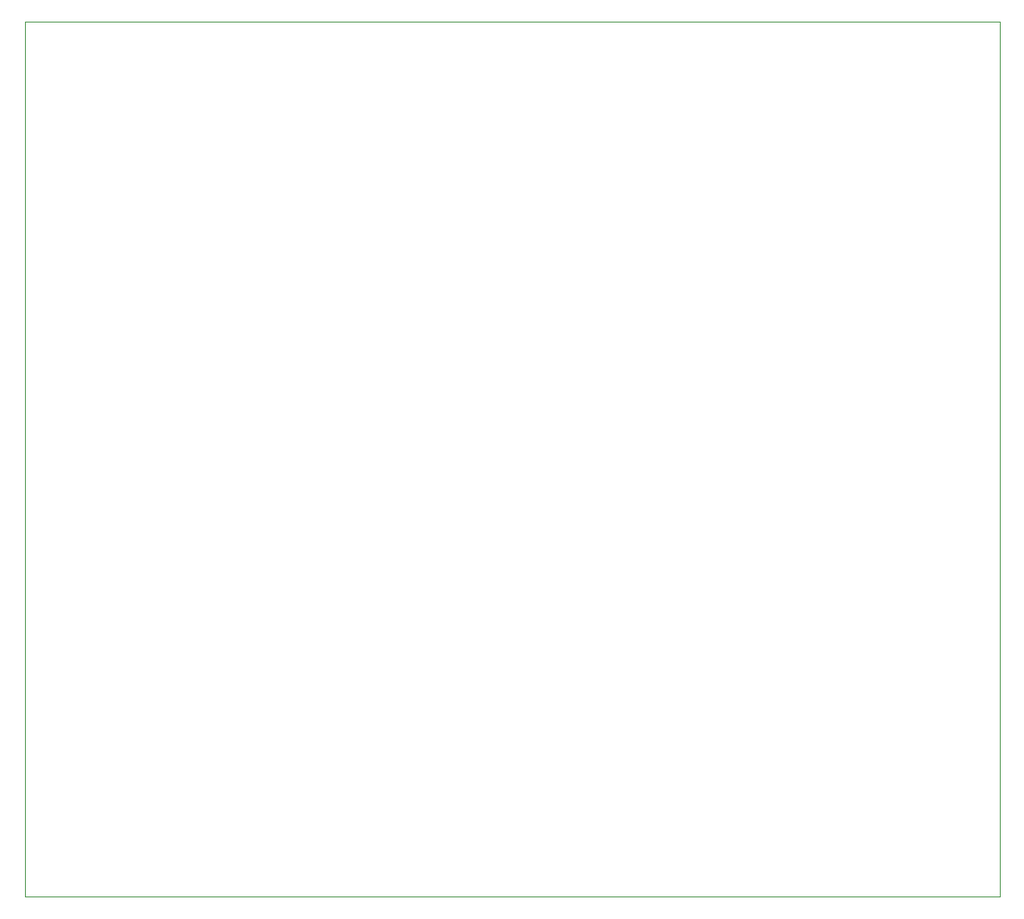
<source format=gbr>
%TF.GenerationSoftware,KiCad,Pcbnew,(5.1.6)-1*%
%TF.CreationDate,2020-10-04T22:05:10+02:00*%
%TF.ProjectId,Nes Sound Expansion,4e657320-536f-4756-9e64-20457870616e,rev?*%
%TF.SameCoordinates,Original*%
%TF.FileFunction,Profile,NP*%
%FSLAX46Y46*%
G04 Gerber Fmt 4.6, Leading zero omitted, Abs format (unit mm)*
G04 Created by KiCad (PCBNEW (5.1.6)-1) date 2020-10-04 22:05:10*
%MOMM*%
%LPD*%
G01*
G04 APERTURE LIST*
%TA.AperFunction,Profile*%
%ADD10C,0.050000*%
%TD*%
G04 APERTURE END LIST*
D10*
X199390000Y-36830000D02*
X100330000Y-36830000D01*
X199390000Y-125730000D02*
X199390000Y-36830000D01*
X100330000Y-125730000D02*
X199390000Y-125730000D01*
X100330000Y-36830000D02*
X100330000Y-125730000D01*
M02*

</source>
